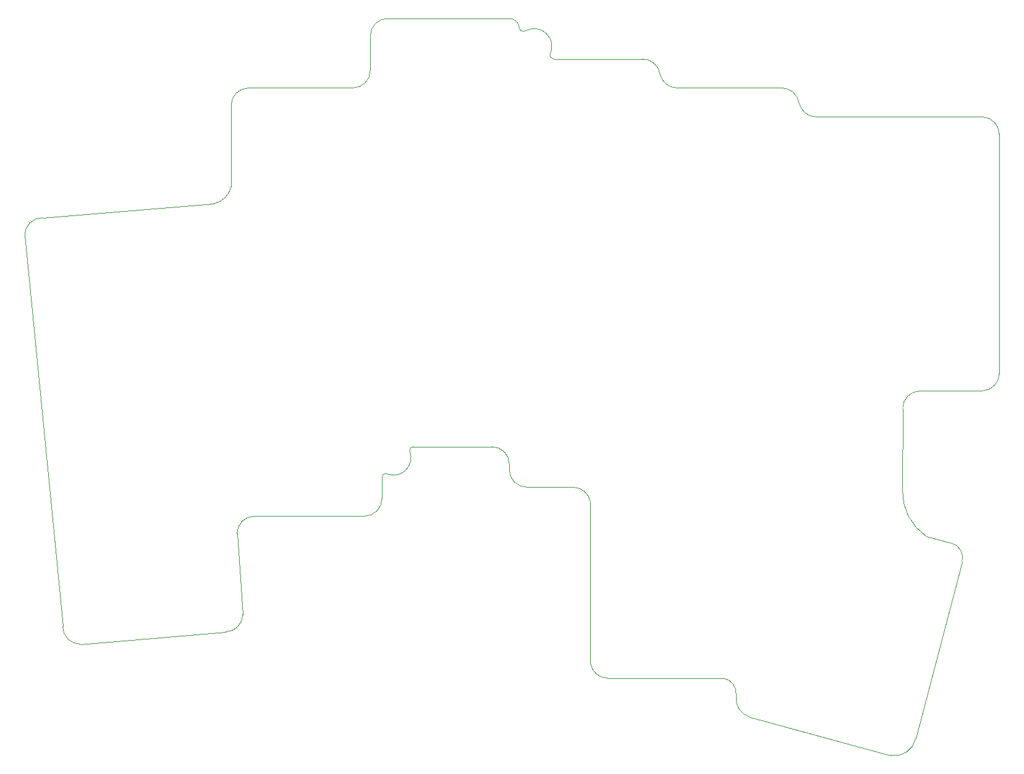
<source format=gbr>
%TF.GenerationSoftware,KiCad,Pcbnew,(6.0.4)*%
%TF.CreationDate,2022-05-05T20:27:36+02:00*%
%TF.ProjectId,Diom-34SP_PCB,44696f6d-2d33-4345-9350-5f5043422e6b,rev?*%
%TF.SameCoordinates,Original*%
%TF.FileFunction,Profile,NP*%
%FSLAX46Y46*%
G04 Gerber Fmt 4.6, Leading zero omitted, Abs format (unit mm)*
G04 Created by KiCad (PCBNEW (6.0.4)) date 2022-05-05 20:27:36*
%MOMM*%
%LPD*%
G01*
G04 APERTURE LIST*
%TA.AperFunction,Profile*%
%ADD10C,0.100000*%
%TD*%
G04 APERTURE END LIST*
D10*
X188041581Y-84455000D02*
X188019279Y-95631000D01*
X93662500Y-56356250D02*
X70136798Y-58293000D01*
X139700000Y-35941000D02*
G75*
G03*
X136398000Y-32639000I-2158400J1143600D01*
G01*
X134143750Y-92075000D02*
G75*
G03*
X131762500Y-89693750I-2381250J0D01*
G01*
X72962548Y-114394202D02*
G75*
G03*
X75343798Y-116775452I2381252J2D01*
G01*
X134143700Y-92868750D02*
G75*
G03*
X136525000Y-95250000I2381300J50D01*
G01*
X190422831Y-82042000D02*
X198882000Y-82042000D01*
X188019280Y-95631000D02*
G75*
G03*
X191262000Y-101981000I7399320J-224400D01*
G01*
X145256250Y-119411750D02*
X145256250Y-97282000D01*
X196184125Y-105428475D02*
X189810225Y-129699933D01*
X198882000Y-44450000D02*
X176212500Y-44450000D01*
X112712500Y-40481250D02*
X98425000Y-40481250D01*
X165226962Y-123824995D02*
G75*
G03*
X163512500Y-121443750I-2148962J260595D01*
G01*
X154781280Y-38544495D02*
G75*
G03*
X152400000Y-36512500I-2381280J-379305D01*
G01*
X67755548Y-60674250D02*
X72962548Y-114394202D01*
X95250000Y-115093750D02*
G75*
G03*
X97631250Y-112712500I0J2381250D01*
G01*
X121031000Y-89693750D02*
X131762500Y-89693750D01*
X70136798Y-58292998D02*
G75*
G03*
X67755548Y-60674250I2J-2381252D01*
G01*
X167108975Y-126764111D02*
X186406691Y-132010953D01*
X196184151Y-105428481D02*
G75*
G03*
X194746810Y-102908873I-2072351J487581D01*
G01*
X190422831Y-82042073D02*
G75*
G03*
X188041581Y-84455000I-31J-2381427D01*
G01*
X98425000Y-40481250D02*
G75*
G03*
X96043750Y-42862500I0J-2381250D01*
G01*
X173831239Y-42513252D02*
G75*
G03*
X171450000Y-40481250I-2381239J-379248D01*
G01*
X135508957Y-32258009D02*
G75*
G03*
X136398000Y-32639000I576043J116409D01*
G01*
X112712500Y-40481250D02*
G75*
G03*
X115093750Y-38100000I0J2381250D01*
G01*
X116681250Y-93980000D02*
X116681250Y-96837500D01*
X191262000Y-101981000D02*
X194746810Y-102908873D01*
X95250000Y-115093750D02*
X75343798Y-116775452D01*
X139699977Y-35941000D02*
G75*
G03*
X140308931Y-36512500I580723J8600D01*
G01*
X173831217Y-42513257D02*
G75*
G03*
X176212500Y-44450000I2381283J495557D01*
G01*
X136525000Y-95250000D02*
X142875000Y-95250000D01*
X135509047Y-32257999D02*
G75*
G03*
X134143750Y-30956250I-1339747J-38301D01*
G01*
X201263200Y-46831250D02*
G75*
G03*
X198882000Y-44450000I-2381300J-50D01*
G01*
X114300000Y-99218750D02*
G75*
G03*
X116681250Y-96837500I0J2381250D01*
G01*
X114300000Y-99218750D02*
X99218750Y-99218750D01*
X115093750Y-33337500D02*
X115093750Y-38100000D01*
X201263250Y-46831250D02*
X201263250Y-79660750D01*
X145256261Y-119411748D02*
G75*
G03*
X147637500Y-121443750I2381239J379248D01*
G01*
X96043750Y-42862500D02*
X96043750Y-53975000D01*
X171450000Y-40481250D02*
X157162500Y-40481250D01*
X99218750Y-99218700D02*
G75*
G03*
X96837500Y-101600000I50J-2381300D01*
G01*
X134143750Y-92075000D02*
X134143750Y-92868750D01*
X96837500Y-101600000D02*
X97631250Y-112712500D01*
X198882000Y-82042050D02*
G75*
G03*
X201263250Y-79660750I-100J2381350D01*
G01*
X165226995Y-123824999D02*
G75*
G03*
X167108975Y-126764110I2591805J-412501D01*
G01*
X134143750Y-30956250D02*
X117475000Y-30956250D01*
X152400000Y-36512500D02*
X140308931Y-36512500D01*
X117220999Y-93371104D02*
G75*
G03*
X116681250Y-93980000I-8099J-536496D01*
G01*
X186406695Y-132010931D02*
G75*
G03*
X189810225Y-129699933I572905J2818031D01*
G01*
X117220997Y-93371075D02*
G75*
G03*
X120491250Y-90270931I1026803J2191775D01*
G01*
X93662500Y-56356250D02*
G75*
G03*
X96043750Y-53975000I-604600J2985850D01*
G01*
X154781256Y-38544499D02*
G75*
G03*
X157162500Y-40481250I2381244J495499D01*
G01*
X145256280Y-97281995D02*
G75*
G03*
X142875000Y-95250000I-2381280J-379305D01*
G01*
X147637500Y-121443750D02*
X163512500Y-121443750D01*
X117475000Y-30956250D02*
G75*
G03*
X115093750Y-33337500I0J-2381250D01*
G01*
X121030998Y-89693783D02*
G75*
G03*
X120491250Y-90270931I-34798J-508417D01*
G01*
M02*

</source>
